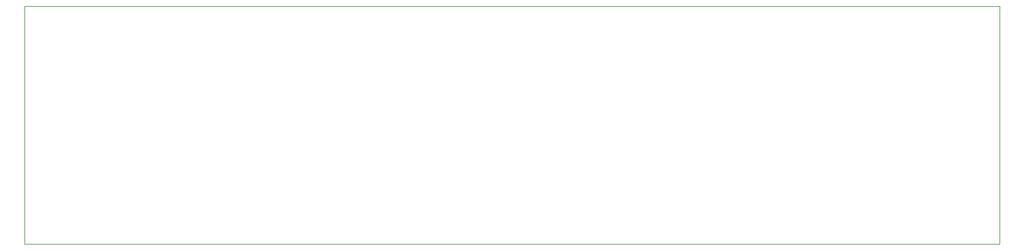
<source format=gm1>
G04 #@! TF.GenerationSoftware,KiCad,Pcbnew,7.0.5*
G04 #@! TF.CreationDate,2023-07-11T17:47:05+06:00*
G04 #@! TF.ProjectId,Meteo_braslet,4d657465-6f5f-4627-9261-736c65742e6b,rev?*
G04 #@! TF.SameCoordinates,Original*
G04 #@! TF.FileFunction,Profile,NP*
%FSLAX46Y46*%
G04 Gerber Fmt 4.6, Leading zero omitted, Abs format (unit mm)*
G04 Created by KiCad (PCBNEW 7.0.5) date 2023-07-11 17:47:05*
%MOMM*%
%LPD*%
G01*
G04 APERTURE LIST*
G04 #@! TA.AperFunction,Profile*
%ADD10C,0.100000*%
G04 #@! TD*
G04 APERTURE END LIST*
D10*
X33000000Y-35000000D02*
X168000000Y-35000000D01*
X168000000Y-68000000D01*
X33000000Y-68000000D01*
X33000000Y-35000000D01*
M02*

</source>
